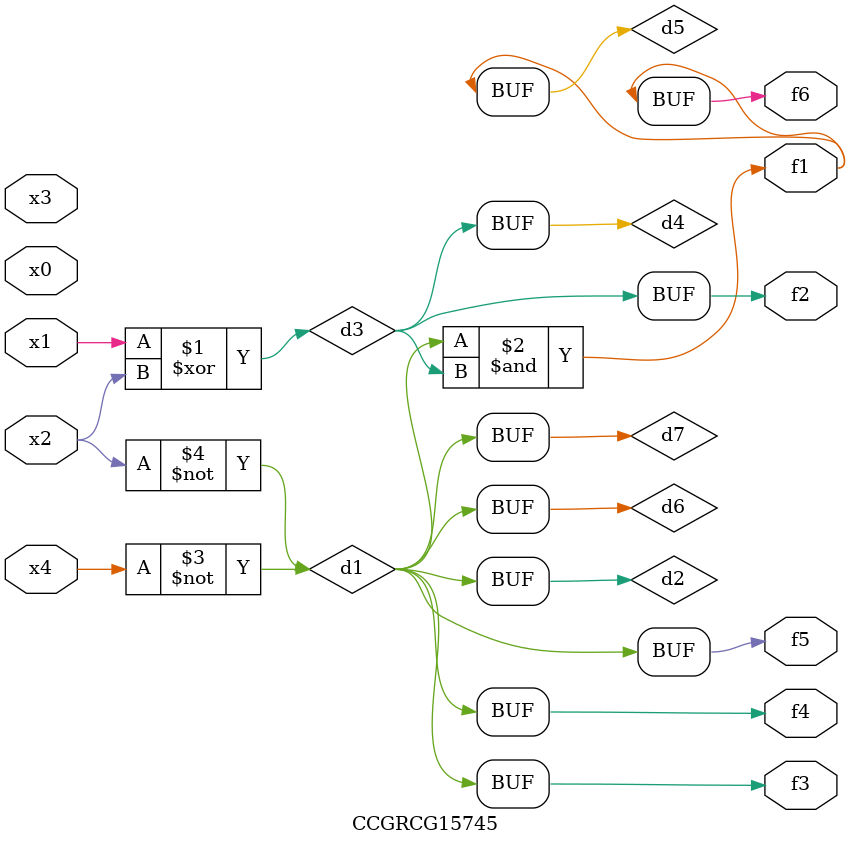
<source format=v>
module CCGRCG15745(
	input x0, x1, x2, x3, x4,
	output f1, f2, f3, f4, f5, f6
);

	wire d1, d2, d3, d4, d5, d6, d7;

	not (d1, x4);
	not (d2, x2);
	xor (d3, x1, x2);
	buf (d4, d3);
	and (d5, d1, d3);
	buf (d6, d1, d2);
	buf (d7, d2);
	assign f1 = d5;
	assign f2 = d4;
	assign f3 = d7;
	assign f4 = d7;
	assign f5 = d7;
	assign f6 = d5;
endmodule

</source>
